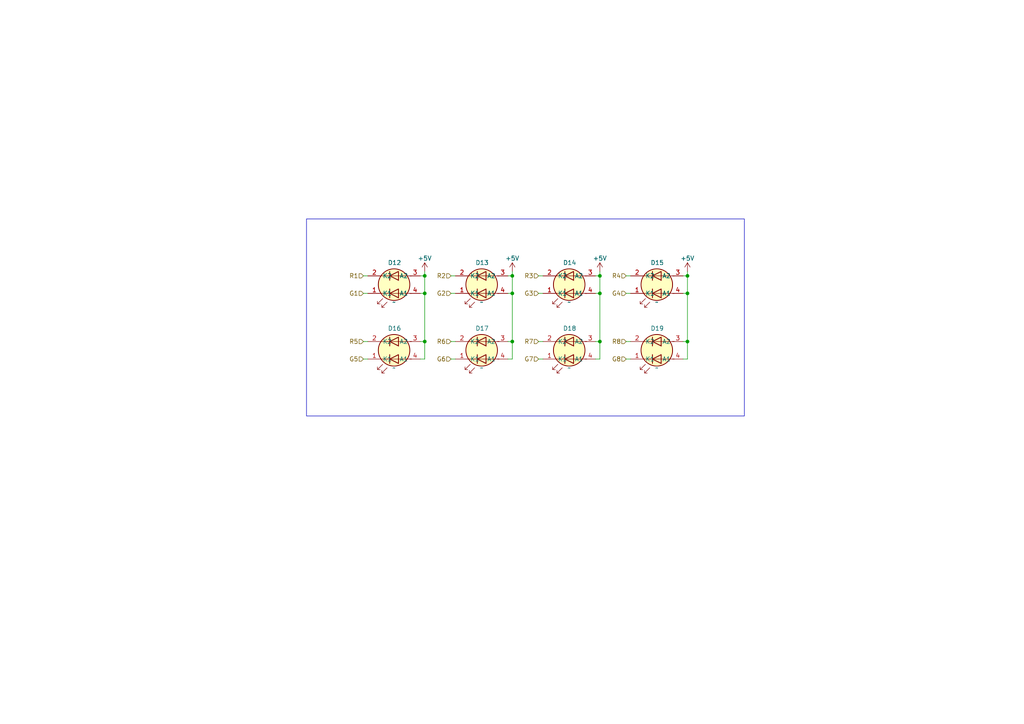
<source format=kicad_sch>
(kicad_sch (version 20230121) (generator eeschema)
  (paper "A4")
  (lib_symbols
    (symbol "Devices:LED_KKAA"
      (property "Reference" "D" (at 0 1.27 0))
      (symbol "LED_KKAA_0_1"
        (circle (center 0 -5.08) (radius 4.572) (stroke (width 0.254)) (fill (type background)))
        (polyline (pts (xy -5.08 -7.62) (xy 2.032 -7.62)))
        (polyline (pts (xy -5.08 -2.54) (xy 2.032 -2.54)))
        (polyline (pts (xy 1.27 -6.35) (xy 1.27 -8.89)) (stroke (width 0.254)))
        (polyline (pts (xy 1.27 -1.27) (xy 1.27 -3.81)) (stroke (width 0.254)))
        (polyline (pts (xy 3.81 -7.62) (xy 1.905 -7.62)))
        (polyline (pts (xy 3.81 -2.54) (xy 1.905 -2.54)))
        (polyline (pts (xy -1.27 -6.35) (xy -1.27 -8.89) (xy 1.27 -7.62) (xy -1.27 -6.35)) (stroke (width 0.254)))
        (polyline (pts (xy -1.27 -1.27) (xy -1.27 -3.81) (xy 1.27 -2.54) (xy -1.27 -1.27)) (stroke (width 0.254)))
        (polyline (pts (xy 2.032 0) (xy 3.556 1.524) (xy 2.794 1.524) (xy 3.556 1.524) (xy 3.556 0.762)))
        (polyline (pts (xy 3.302 -1.016) (xy 4.826 0.508) (xy 4.064 0.508) (xy 4.826 0.508) (xy 4.826 -0.254)))
      )
      (symbol "LED_KKAA_1_1"
        (pin input line (at 7.62 -2.54 180) (length 3.81) (name "K1") (number "1"))
        (pin input line (at 7.62 -7.62 180) (length 3.81) (name "K2") (number "2"))
        (pin input line (at -7.62 -7.62 0) (length 3.048) (name "A2") (number "3"))
        (pin input line (at -7.62 -2.54 0) (length 3.048) (name "A1") (number "4"))
      )
    )
    (symbol "power:+5V" (power) (pin_names (offset 0))
      (property "Value" "+5V" (at 0 3.556 0))
      (symbol "+5V_0_1"
        (polyline (pts (xy -0.762 1.27) (xy 0 2.54)))
        (polyline (pts (xy 0 0) (xy 0 2.54)))
        (polyline (pts (xy 0 2.54) (xy 0.762 1.27)))
      )
      (symbol "+5V_1_1"
        (pin power_in line (at 0 0 90) (length 0) hide (name "+5V") (number "1"))
      )
    )
  )
  (junction (at 199.39 80.01))
  (junction (at 148.59 85.09))
  (junction (at 173.99 99.06))
  (junction (at 123.19 99.06))
  (junction (at 173.99 80.01))
  (junction (at 173.99 85.09))
  (junction (at 199.39 99.06))
  (junction (at 199.39 85.09))
  (junction (at 148.59 99.06))
  (junction (at 123.19 80.01))
  (junction (at 123.19 85.09))
  (junction (at 148.59 80.01))
  (wire (pts (xy 198.12 80.01) (xy 199.39 80.01)))
  (wire (pts (xy 173.99 99.06) (xy 172.72 99.06)))
  (wire (pts (xy 173.99 78.74) (xy 173.99 80.01)))
  (wire (pts (xy 148.59 104.14) (xy 147.32 104.14)))
  (wire (pts (xy 130.81 80.01) (xy 132.08 80.01)))
  (wire (pts (xy 156.21 104.14) (xy 157.48 104.14)))
  (wire (pts (xy 130.81 85.09) (xy 132.08 85.09)))
  (wire (pts (xy 148.59 80.01) (xy 148.59 85.09)))
  (wire (pts (xy 105.41 80.01) (xy 106.68 80.01)))
  (wire (pts (xy 148.59 78.74) (xy 148.59 80.01)))
  (wire (pts (xy 181.61 85.09) (xy 182.88 85.09)))
  (wire (pts (xy 199.39 80.01) (xy 199.39 85.09)))
  (wire (pts (xy 156.21 85.09) (xy 157.48 85.09)))
  (wire (pts (xy 199.39 104.14) (xy 198.12 104.14)))
  (wire (pts (xy 123.19 78.74) (xy 123.19 80.01)))
  (wire (pts (xy 156.21 80.01) (xy 157.48 80.01)))
  (wire (pts (xy 105.41 104.14) (xy 106.68 104.14)))
  (wire (pts (xy 199.39 85.09) (xy 198.12 85.09)))
  (wire (pts (xy 199.39 78.74) (xy 199.39 80.01)))
  (wire (pts (xy 148.59 85.09) (xy 147.32 85.09)))
  (wire (pts (xy 173.99 85.09) (xy 172.72 85.09)))
  (wire (pts (xy 181.61 80.01) (xy 182.88 80.01)))
  (wire (pts (xy 173.99 104.14) (xy 172.72 104.14)))
  (wire (pts (xy 130.81 99.06) (xy 132.08 99.06)))
  (wire (pts (xy 173.99 85.09) (xy 173.99 99.06)))
  (wire (pts (xy 121.92 80.01) (xy 123.19 80.01)))
  (wire (pts (xy 156.21 99.06) (xy 157.48 99.06)))
  (wire (pts (xy 148.59 99.06) (xy 147.32 99.06)))
  (wire (pts (xy 105.41 85.09) (xy 106.68 85.09)))
  (wire (pts (xy 130.81 104.14) (xy 132.08 104.14)))
  (wire (pts (xy 173.99 80.01) (xy 173.99 85.09)))
  (wire (pts (xy 105.41 99.06) (xy 106.68 99.06)))
  (wire (pts (xy 181.61 99.06) (xy 182.88 99.06)))
  (wire (pts (xy 123.19 99.06) (xy 123.19 104.14)))
  (wire (pts (xy 147.32 80.01) (xy 148.59 80.01)))
  (wire (pts (xy 123.19 80.01) (xy 123.19 85.09)))
  (wire (pts (xy 173.99 99.06) (xy 173.99 104.14)))
  (wire (pts (xy 148.59 99.06) (xy 148.59 104.14)))
  (wire (pts (xy 123.19 85.09) (xy 123.19 99.06)))
  (wire (pts (xy 199.39 85.09) (xy 199.39 99.06)))
  (wire (pts (xy 148.59 85.09) (xy 148.59 99.06)))
  (wire (pts (xy 123.19 99.06) (xy 121.92 99.06)))
  (wire (pts (xy 181.61 104.14) (xy 182.88 104.14)))
  (wire (pts (xy 199.39 99.06) (xy 198.12 99.06)))
  (wire (pts (xy 123.19 85.09) (xy 121.92 85.09)))
  (wire (pts (xy 172.72 80.01) (xy 173.99 80.01)))
  (wire (pts (xy 199.39 99.06) (xy 199.39 104.14)))
  (wire (pts (xy 123.19 104.14) (xy 121.92 104.14)))
  (rectangle (start 88.9 63.5) (end 215.9 120.65))
  (hierarchical_label "R2" (shape input) (at 130.81 80.01 180))
  (hierarchical_label "R3" (shape input) (at 156.21 80.01 180))
  (hierarchical_label "G4" (shape input) (at 181.61 85.09 180))
  (hierarchical_label "R7" (shape input) (at 156.21 99.06 180))
  (hierarchical_label "G7" (shape input) (at 156.21 104.14 180))
  (hierarchical_label "G5" (shape input) (at 105.41 104.14 180))
  (hierarchical_label "G3" (shape input) (at 156.21 85.09 180))
  (hierarchical_label "G8" (shape input) (at 181.61 104.14 180))
  (hierarchical_label "R5" (shape input) (at 105.41 99.06 180))
  (hierarchical_label "R1" (shape input) (at 105.41 80.01 180))
  (hierarchical_label "G2" (shape input) (at 130.81 85.09 180))
  (hierarchical_label "G1" (shape input) (at 105.41 85.09 180))
  (hierarchical_label "R4" (shape input) (at 181.61 80.01 180))
  (hierarchical_label "R6" (shape input) (at 130.81 99.06 180))
  (hierarchical_label "R8" (shape input) (at 181.61 99.06 180))
  (hierarchical_label "G6" (shape input) (at 130.81 104.14 180))
  (symbol (lib_id "power:+5V") (at 148.59 78.74 0) (unit 1)
    (property "Reference" "#PWR0133" (effects hide))
    (property "Value" "+5V" (at 148.59 74.93 0))
    (instances (project "SoundControl" (path "" (reference "#PWR0133") (unit 1)) (path "" (reference "#PWR0137") (unit 1)) (path "" (reference "#PWR0141") (unit 1)) (path "" (reference "#PWR0145") (unit 1)) (path "" (reference "#PWR0153") (unit 1)) (path "" (reference "#PWR0161") (unit 1)) (path "" (reference "#PWR0157") (unit 1)) (path "" (reference "#PWR0149") (unit 1))))
  )
  (symbol (lib_id "Devices:LED_KKAA") (at 139.7 106.68 180) (unit 1)
    (property "Reference" "D17" (at 139.827 95.25 0))
    (property "Value" "~" (at 139.7 106.68 0))
    (property "Footprint" "LED_SMD:Wuerth_WL-SBRW" (effects hide))
    (property "Datasheet" "https://www.we-online.com/components/products/datasheet/156125YV73000.pdf" (effects hide))
    (instances (project "SoundControl" (path "" (reference "D17") (unit 1)) (path "" (reference "D25") (unit 1)) (path "" (reference "D33") (unit 1)) (path "" (reference "D41") (unit 1)) (path "" (reference "D57") (unit 1)) (path "" (reference "D73") (unit 1)) (path "" (reference "D65") (unit 1)) (path "" (reference "D49") (unit 1))))
  )
  (symbol (lib_id "Devices:LED_KKAA") (at 165.1 106.68 180) (unit 1)
    (property "Reference" "D18" (at 165.227 95.25 0))
    (property "Value" "~" (at 165.1 106.68 0))
    (property "Footprint" "LED_SMD:Wuerth_WL-SBRW" (effects hide))
    (property "Datasheet" "https://www.we-online.com/components/products/datasheet/156125YV73000.pdf" (effects hide))
    (instances (project "SoundControl" (path "" (reference "D18") (unit 1)) (path "" (reference "D26") (unit 1)) (path "" (reference "D34") (unit 1)) (path "" (reference "D42") (unit 1)) (path "" (reference "D58") (unit 1)) (path "" (reference "D74") (unit 1)) (path "" (reference "D66") (unit 1)) (path "" (reference "D50") (unit 1))))
  )
  (symbol (lib_id "Devices:LED_KKAA") (at 190.5 87.63 180) (unit 1)
    (property "Reference" "D15" (at 190.627 76.2 0))
    (property "Value" "~" (at 190.5 87.63 0))
    (property "Footprint" "LED_SMD:Wuerth_WL-SBRW" (effects hide))
    (property "Datasheet" "https://www.we-online.com/components/products/datasheet/156125YV73000.pdf" (effects hide))
    (instances (project "SoundControl" (path "" (reference "D15") (unit 1)) (path "" (reference "D23") (unit 1)) (path "" (reference "D31") (unit 1)) (path "" (reference "D39") (unit 1)) (path "" (reference "D55") (unit 1)) (path "" (reference "D71") (unit 1)) (path "" (reference "D63") (unit 1)) (path "" (reference "D47") (unit 1))))
  )
  (symbol (lib_id "Devices:LED_KKAA") (at 139.7 87.63 180) (unit 1)
    (property "Reference" "D13" (at 139.827 76.2 0))
    (property "Value" "~" (at 139.7 87.63 0))
    (property "Footprint" "LED_SMD:Wuerth_WL-SBRW" (effects hide))
    (property "Datasheet" "https://www.we-online.com/components/products/datasheet/156125YV73000.pdf" (effects hide))
    (instances (project "SoundControl" (path "" (reference "D13") (unit 1)) (path "" (reference "D21") (unit 1)) (path "" (reference "D29") (unit 1)) (path "" (reference "D37") (unit 1)) (path "" (reference "D53") (unit 1)) (path "" (reference "D69") (unit 1)) (path "" (reference "D61") (unit 1)) (path "" (reference "D45") (unit 1))))
  )
  (symbol (lib_id "Devices:LED_KKAA") (at 114.3 87.63 180) (unit 1)
    (property "Reference" "D12" (at 114.427 76.2 0))
    (property "Value" "~" (at 114.3 87.63 0))
    (property "Footprint" "LED_SMD:Wuerth_WL-SBRW" (effects hide))
    (property "Datasheet" "https://www.we-online.com/components/products/datasheet/156125YV73000.pdf" (effects hide))
    (instances (project "SoundControl" (path "" (reference "D12") (unit 1)) (path "" (reference "D20") (unit 1)) (path "" (reference "D28") (unit 1)) (path "" (reference "D36") (unit 1)) (path "" (reference "D52") (unit 1)) (path "" (reference "D68") (unit 1)) (path "" (reference "D60") (unit 1)) (path "" (reference "D44") (unit 1))))
  )
  (symbol (lib_id "power:+5V") (at 199.39 78.74 0) (unit 1)
    (property "Reference" "#PWR0135" (effects hide))
    (property "Value" "+5V" (at 199.39 74.93 0))
    (instances (project "SoundControl" (path "" (reference "#PWR0135") (unit 1)) (path "" (reference "#PWR0139") (unit 1)) (path "" (reference "#PWR0143") (unit 1)) (path "" (reference "#PWR0147") (unit 1)) (path "" (reference "#PWR0155") (unit 1)) (path "" (reference "#PWR0163") (unit 1)) (path "" (reference "#PWR0159") (unit 1)) (path "" (reference "#PWR0151") (unit 1))))
  )
  (symbol (lib_id "Devices:LED_KKAA") (at 114.3 106.68 180) (unit 1)
    (property "Reference" "D16" (at 114.427 95.25 0))
    (property "Value" "~" (at 114.3 106.68 0))
    (property "Footprint" "LED_SMD:Wuerth_WL-SBRW" (effects hide))
    (property "Datasheet" "https://www.we-online.com/components/products/datasheet/156125YV73000.pdf" (effects hide))
    (instances (project "SoundControl" (path "" (reference "D16") (unit 1)) (path "" (reference "D24") (unit 1)) (path "" (reference "D32") (unit 1)) (path "" (reference "D40") (unit 1)) (path "" (reference "D56") (unit 1)) (path "" (reference "D72") (unit 1)) (path "" (reference "D64") (unit 1)) (path "" (reference "D48") (unit 1))))
  )
  (symbol (lib_id "Devices:LED_KKAA") (at 165.1 87.63 180) (unit 1)
    (property "Reference" "D14" (at 165.227 76.2 0))
    (property "Value" "~" (at 165.1 87.63 0))
    (property "Footprint" "LED_SMD:Wuerth_WL-SBRW" (effects hide))
    (property "Datasheet" "https://www.we-online.com/components/products/datasheet/156125YV73000.pdf" (effects hide))
    (instances (project "SoundControl" (path "" (reference "D14") (unit 1)) (path "" (reference "D22") (unit 1)) (path "" (reference "D30") (unit 1)) (path "" (reference "D38") (unit 1)) (path "" (reference "D54") (unit 1)) (path "" (reference "D70") (unit 1)) (path "" (reference "D62") (unit 1)) (path "" (reference "D46") (unit 1))))
  )
  (symbol (lib_id "power:+5V") (at 173.99 78.74 0) (unit 1)
    (property "Reference" "#PWR0134" (effects hide))
    (property "Value" "+5V" (at 173.99 74.93 0))
    (instances (project "SoundControl" (path "" (reference "#PWR0134") (unit 1)) (path "" (reference "#PWR0138") (unit 1)) (path "" (reference "#PWR0142") (unit 1)) (path "" (reference "#PWR0146") (unit 1)) (path "" (reference "#PWR0154") (unit 1)) (path "" (reference "#PWR0162") (unit 1)) (path "" (reference "#PWR0158") (unit 1)) (path "" (reference "#PWR0150") (unit 1))))
  )
  (symbol (lib_id "power:+5V") (at 123.19 78.74 0) (unit 1)
    (property "Reference" "#PWR0132" (effects hide))
    (property "Value" "+5V" (at 123.19 74.93 0))
    (instances (project "SoundControl" (path "" (reference "#PWR0132") (unit 1)) (path "" (reference "#PWR0136") (unit 1)) (path "" (reference "#PWR0140") (unit 1)) (path "" (reference "#PWR0144") (unit 1)) (path "" (reference "#PWR0152") (unit 1)) (path "" (reference "#PWR0160") (unit 1)) (path "" (reference "#PWR0156") (unit 1)) (path "" (reference "#PWR0148") (unit 1))))
  )
  (symbol (lib_id "Devices:LED_KKAA") (at 190.5 106.68 180) (unit 1)
    (property "Reference" "D19" (at 190.627 95.25 0))
    (property "Value" "~" (at 190.5 106.68 0))
    (property "Footprint" "LED_SMD:Wuerth_WL-SBRW" (effects hide))
    (property "Datasheet" "https://www.we-online.com/components/products/datasheet/156125YV73000.pdf" (effects hide))
    (instances (project "SoundControl" (path "" (reference "D19") (unit 1)) (path "" (reference "D27") (unit 1)) (path "" (reference "D35") (unit 1)) (path "" (reference "D43") (unit 1)) (path "" (reference "D59") (unit 1)) (path "" (reference "D75") (unit 1)) (path "" (reference "D67") (unit 1)) (path "" (reference "D51") (unit 1))))
  )
)
</source>
